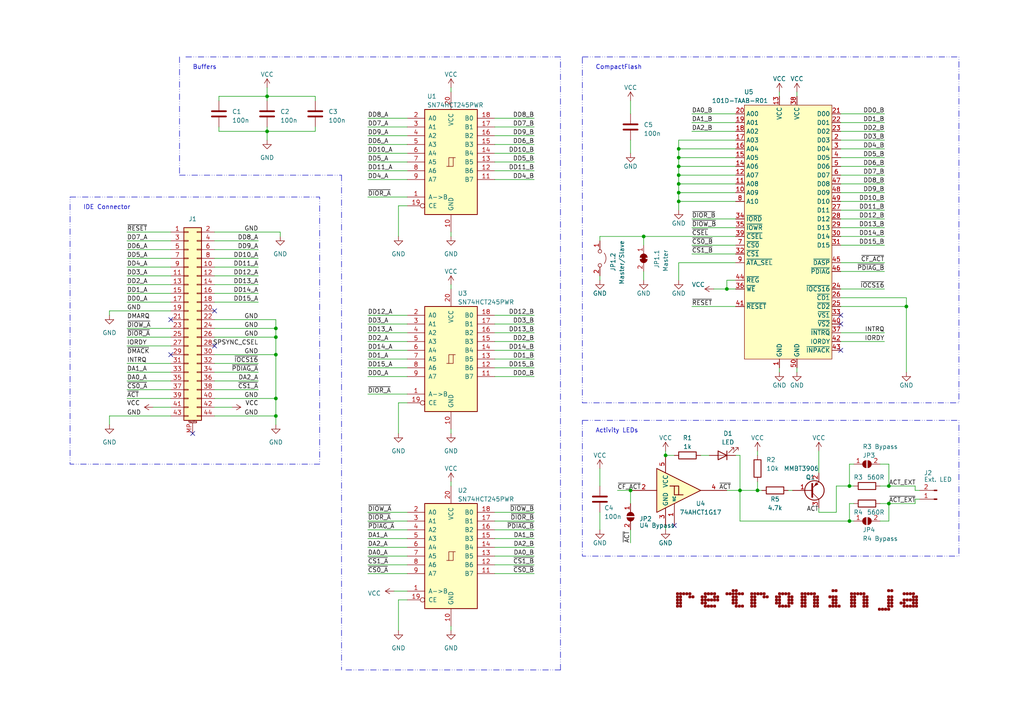
<source format=kicad_sch>
(kicad_sch (version 20230121) (generator eeschema)
  (paper "A4")
  (title_block (title "Buffered IDE2CF adapter") (date "2023-05-14") (rev "1"))
  (lib_symbols
    (symbol "74xGxx:74AUP1G17"
      (property "Reference" "U" (at -2.54 3.81 0))
      (property "Value" "74AUP1G17" (at 0 -3.81 0))
      (symbol "74AUP1G17_1_1"
        (pin free line (at -2.54 -10.16 90) (length 6.35) (name "NC") (number "1"))
        (pin input line (at -15.24 0 0) (length 7.62) (name "~") (number "2"))
        (pin power_in line (at -5.08 -10.16 90) (length 5.08) (name "GND") (number "3"))
        (pin output line (at 12.7 0 180) (length 7.62) (name "~") (number "4"))
        (pin power_in line (at -5.08 10.16 270) (length 5.08) (name "VCC") (number "5"))
      )
    )
    (symbol "74xx:74LS245" (pin_names (offset 1.016))
      (property "Reference" "U" (at -7.62 16.51 0))
      (property "Value" "74LS245" (at -7.62 -16.51 0))
      (symbol "74LS245_1_0"
        (pin input line (at -12.7 -10.16 0) (length 5.08) (name "A->B") (number "1"))
        (pin power_in line (at 0 -20.32 90) (length 5.08) (name "GND") (number "10"))
        (pin tri_state line (at 12.7 -5.08 180) (length 5.08) (name "B7") (number "11"))
        (pin tri_state line (at 12.7 -2.54 180) (length 5.08) (name "B6") (number "12"))
        (pin tri_state line (at 12.7 0 180) (length 5.08) (name "B5") (number "13"))
        (pin tri_state line (at 12.7 2.54 180) (length 5.08) (name "B4") (number "14"))
        (pin tri_state line (at 12.7 5.08 180) (length 5.08) (name "B3") (number "15"))
        (pin tri_state line (at 12.7 7.62 180) (length 5.08) (name "B2") (number "16"))
        (pin tri_state line (at 12.7 10.16 180) (length 5.08) (name "B1") (number "17"))
        (pin tri_state line (at 12.7 12.7 180) (length 5.08) (name "B0") (number "18"))
        (pin input inverted (at -12.7 -12.7 0) (length 5.08) (name "CE") (number "19"))
        (pin tri_state line (at -12.7 12.7 0) (length 5.08) (name "A0") (number "2"))
        (pin power_in line (at 0 20.32 270) (length 5.08) (name "VCC") (number "20"))
        (pin tri_state line (at -12.7 10.16 0) (length 5.08) (name "A1") (number "3"))
        (pin tri_state line (at -12.7 7.62 0) (length 5.08) (name "A2") (number "4"))
        (pin tri_state line (at -12.7 5.08 0) (length 5.08) (name "A3") (number "5"))
        (pin tri_state line (at -12.7 2.54 0) (length 5.08) (name "A4") (number "6"))
        (pin tri_state line (at -12.7 0 0) (length 5.08) (name "A5") (number "7"))
        (pin tri_state line (at -12.7 -2.54 0) (length 5.08) (name "A6") (number "8"))
        (pin tri_state line (at -12.7 -5.08 0) (length 5.08) (name "A7") (number "9"))
      )
    )
    (symbol "Connector:Conn_01x02_Pin" (pin_names (offset 1.016) hide)
      (property "Reference" "J" (at 0 2.54 0))
      (property "Value" "Conn_01x02_Pin" (at 0 -5.08 0))
      (symbol "Conn_01x02_Pin_1_1"
        (pin passive line (at 5.08 0 180) (length 3.81) (name "Pin_1") (number "1"))
        (pin passive line (at 5.08 -2.54 180) (length 3.81) (name "Pin_2") (number "2"))
      )
    )
    (symbol "Connector_Generic_MountingPin:Conn_02x22_Odd_Even_MountingPin" (pin_names (offset 1.016) hide)
      (property "Reference" "J" (at 1.27 27.94 0))
      (property "Value" "Conn_02x22_Odd_Even_MountingPin" (at 2.54 -30.48 0))
      (symbol "Conn_02x22_Odd_Even_MountingPin_1_1"
        (text "Mounting" (at 1.27 -29.591 0) (effects (font (size 0.381 0.381))))
        (pin passive line (at -5.08 25.4 0) (length 3.81) (name "Pin_1") (number "1"))
        (pin passive line (at 7.62 15.24 180) (length 3.81) (name "Pin_10") (number "10"))
        (pin passive line (at -5.08 12.7 0) (length 3.81) (name "Pin_11") (number "11"))
        (pin passive line (at 7.62 12.7 180) (length 3.81) (name "Pin_12") (number "12"))
        (pin passive line (at -5.08 10.16 0) (length 3.81) (name "Pin_13") (number "13"))
        (pin passive line (at 7.62 10.16 180) (length 3.81) (name "Pin_14") (number "14"))
        (pin passive line (at -5.08 7.62 0) (length 3.81) (name "Pin_15") (number "15"))
        (pin passive line (at 7.62 7.62 180) (length 3.81) (name "Pin_16") (number "16"))
        (pin passive line (at -5.08 5.08 0) (length 3.81) (name "Pin_17") (number "17"))
        (pin passive line (at 7.62 5.08 180) (length 3.81) (name "Pin_18") (number "18"))
        (pin passive line (at -5.08 2.54 0) (length 3.81) (name "Pin_19") (number "19"))
        (pin passive line (at 7.62 25.4 180) (length 3.81) (name "Pin_2") (number "2"))
        (pin passive line (at 7.62 2.54 180) (length 3.81) (name "Pin_20") (number "20"))
        (pin passive line (at -5.08 0 0) (length 3.81) (name "Pin_21") (number "21"))
        (pin passive line (at 7.62 0 180) (length 3.81) (name "Pin_22") (number "22"))
        (pin passive line (at -5.08 -2.54 0) (length 3.81) (name "Pin_23") (number "23"))
        (pin passive line (at 7.62 -2.54 180) (length 3.81) (name "Pin_24") (number "24"))
        (pin passive line (at -5.08 -5.08 0) (length 3.81) (name "Pin_25") (number "25"))
        (pin passive line (at 7.62 -5.08 180) (length 3.81) (name "Pin_26") (number "26"))
        (pin passive line (at -5.08 -7.62 0) (length 3.81) (name "Pin_27") (number "27"))
        (pin passive line (at 7.62 -7.62 180) (length 3.81) (name "Pin_28") (number "28"))
        (pin passive line (at -5.08 -10.16 0) (length 3.81) (name "Pin_29") (number "29"))
        (pin passive line (at -5.08 22.86 0) (length 3.81) (name "Pin_3") (number "3"))
        (pin passive line (at 7.62 -10.16 180) (length 3.81) (name "Pin_30") (number "30"))
        (pin passive line (at -5.08 -12.7 0) (length 3.81) (name "Pin_31") (number "31"))
        (pin passive line (at 7.62 -12.7 180) (length 3.81) (name "Pin_32") (number "32"))
        (pin passive line (at -5.08 -15.24 0) (length 3.81) (name "Pin_33") (number "33"))
        (pin passive line (at 7.62 -15.24 180) (length 3.81) (name "Pin_34") (number "34"))
        (pin passive line (at -5.08 -17.78 0) (length 3.81) (name "Pin_35") (number "35"))
        (pin passive line (at 7.62 -17.78 180) (length 3.81) (name "Pin_36") (number "36"))
        (pin passive line (at -5.08 -20.32 0) (length 3.81) (name "Pin_37") (number "37"))
        (pin passive line (at 7.62 -20.32 180) (length 3.81) (name "Pin_38") (number "38"))
        (pin passive line (at -5.08 -22.86 0) (length 3.81) (name "Pin_39") (number "39"))
        (pin passive line (at 7.62 22.86 180) (length 3.81) (name "Pin_4") (number "4"))
        (pin passive line (at 7.62 -22.86 180) (length 3.81) (name "Pin_40") (number "40"))
        (pin passive line (at -5.08 -25.4 0) (length 3.81) (name "Pin_41") (number "41"))
        (pin passive line (at 7.62 -25.4 180) (length 3.81) (name "Pin_42") (number "42"))
        (pin passive line (at -5.08 -27.94 0) (length 3.81) (name "Pin_43") (number "43"))
        (pin passive line (at 7.62 -27.94 180) (length 3.81) (name "Pin_44") (number "44"))
        (pin passive line (at -5.08 20.32 0) (length 3.81) (name "Pin_5") (number "5"))
        (pin passive line (at 7.62 20.32 180) (length 3.81) (name "Pin_6") (number "6"))
        (pin passive line (at -5.08 17.78 0) (length 3.81) (name "Pin_7") (number "7"))
        (pin passive line (at 7.62 17.78 180) (length 3.81) (name "Pin_8") (number "8"))
        (pin passive line (at -5.08 15.24 0) (length 3.81) (name "Pin_9") (number "9"))
        (pin passive line (at 1.27 -33.02 90) (length 3.048) (name "MountPin") (number "MP"))
      )
    )
    (symbol "Device:C" (pin_numbers hide) (pin_names (offset 0.254))
      (property "Reference" "C" (at 0.635 2.54 0))
      (property "Value" "C" (at 0.635 -2.54 0))
      (symbol "C_1_1"
        (pin passive line (at 0 3.81 270) (length 2.794) (name "~") (number "1"))
        (pin passive line (at 0 -3.81 90) (length 2.794) (name "~") (number "2"))
      )
    )
    (symbol "Device:LED" (pin_numbers hide) (pin_names (offset 1.016) hide)
      (property "Reference" "D" (at 0 2.54 0))
      (property "Value" "LED" (at 0 -2.54 0))
      (symbol "LED_1_1"
        (pin passive line (at -3.81 0 0) (length 2.54) (name "K") (number "1"))
        (pin passive line (at 3.81 0 180) (length 2.54) (name "A") (number "2"))
      )
    )
    (symbol "Device:R" (pin_numbers hide) (pin_names (offset 0))
      (property "Reference" "R" (at 2.032 0 90))
      (property "Value" "R" (at 0 0 90))
      (symbol "R_1_1"
        (pin passive line (at 0 3.81 270) (length 1.27) (name "~") (number "1"))
        (pin passive line (at 0 -3.81 90) (length 1.27) (name "~") (number "2"))
      )
    )
    (symbol "Jumper:Jumper_2_Open" (pin_names (offset 0) hide)
      (property "Reference" "JP" (at 0 2.794 0))
      (property "Value" "Jumper_2_Open" (at 0 -2.286 0))
      (symbol "Jumper_2_Open_1_1"
        (pin passive line (at -5.08 0 0) (length 2.54) (name "A") (number "1"))
        (pin passive line (at 5.08 0 180) (length 2.54) (name "B") (number "2"))
      )
    )
    (symbol "Jumper:SolderJumper_2_Bridged" (pin_names (offset 0) hide)
      (property "Reference" "JP" (at 0 2.032 0))
      (property "Value" "SolderJumper_2_Bridged" (at 0 -2.54 0))
      (symbol "SolderJumper_2_Bridged_1_1"
        (pin passive line (at -3.81 0 0) (length 2.54) (name "A") (number "1"))
        (pin passive line (at 3.81 0 180) (length 2.54) (name "B") (number "2"))
      )
    )
    (symbol "Jumper:SolderJumper_2_Open" (pin_names (offset 0) hide)
      (property "Reference" "JP" (at 0 2.032 0))
      (property "Value" "SolderJumper_2_Open" (at 0 -2.54 0))
      (symbol "SolderJumper_2_Open_1_1"
        (pin passive line (at -3.81 0 0) (length 2.54) (name "A") (number "1"))
        (pin passive line (at 3.81 0 180) (length 2.54) (name "B") (number "2"))
      )
    )
    (symbol "Transistor_BJT:MMBT3906" (pin_names (offset 0) hide)
      (property "Reference" "Q" (at 5.08 1.905 0))
      (property "Value" "MMBT3906" (at 5.08 0 0))
      (symbol "MMBT3906_1_1"
        (pin input line (at -5.08 0 0) (length 5.715) (name "B") (number "1"))
        (pin passive line (at 2.54 -5.08 90) (length 2.54) (name "E") (number "2"))
        (pin passive line (at 2.54 5.08 270) (length 2.54) (name "C") (number "3"))
      )
    )
    (symbol "per:CompactFlash"
      (property "Reference" "U5" (at -11.43 41.91 0))
      (property "Value" "101D-TAAB-R01" (at -13.97 39.37 0))
      (symbol "CompactFlash_1_1"
        (pin power_in line (at -2.54 -38.1 90) (length 2.54) (name "GND") (number "1"))
        (pin input line (at -15.24 12.7 0) (length 2.54) (name "A09") (number "10"))
        (pin input line (at -15.24 15.24 0) (length 2.54) (name "A08") (number "11"))
        (pin input line (at -15.24 17.78 0) (length 2.54) (name "A07") (number "12"))
        (pin power_in line (at -2.54 40.64 270) (length 2.54) (name "VCC") (number "13"))
        (pin input line (at -15.24 20.32 0) (length 2.54) (name "A06") (number "14"))
        (pin input line (at -15.24 22.86 0) (length 2.54) (name "A05") (number "15"))
        (pin input line (at -15.24 25.4 0) (length 2.54) (name "A04") (number "16"))
        (pin input line (at -15.24 27.94 0) (length 2.54) (name "A03") (number "17"))
        (pin input line (at -15.24 30.48 0) (length 2.54) (name "A02") (number "18"))
        (pin input line (at -15.24 33.02 0) (length 2.54) (name "A01") (number "19"))
        (pin bidirectional line (at 15.24 27.94 180) (length 2.54) (name "D03") (number "2"))
        (pin input line (at -15.24 35.56 0) (length 2.54) (name "A00") (number "20"))
        (pin bidirectional line (at 15.24 35.56 180) (length 2.54) (name "D00") (number "21"))
        (pin bidirectional line (at 15.24 33.02 180) (length 2.54) (name "D01") (number "22"))
        (pin bidirectional line (at 15.24 30.48 180) (length 2.54) (name "D02") (number "23"))
        (pin output line (at 15.24 -15.24 180) (length 2.54) (name "~{IOCS16}") (number "24"))
        (pin output line (at 15.24 -20.32 180) (length 2.54) (name "~{CD2}") (number "25"))
        (pin output line (at 15.24 -17.78 180) (length 2.54) (name "~{CD1}") (number "26"))
        (pin bidirectional line (at 15.24 7.62 180) (length 2.54) (name "D11") (number "27"))
        (pin bidirectional line (at 15.24 5.08 180) (length 2.54) (name "D12") (number "28"))
        (pin bidirectional line (at 15.24 2.54 180) (length 2.54) (name "D13") (number "29"))
        (pin bidirectional line (at 15.24 25.4 180) (length 2.54) (name "D04") (number "3"))
        (pin bidirectional line (at 15.24 0 180) (length 2.54) (name "D14") (number "30"))
        (pin bidirectional line (at 15.24 -2.54 180) (length 2.54) (name "D15") (number "31"))
        (pin input line (at -15.24 -5.08 0) (length 2.54) (name "~{CS1}") (number "32"))
        (pin output line (at 15.24 -22.86 180) (length 2.54) (name "~{VS1}") (number "33"))
        (pin input line (at -15.24 5.08 0) (length 2.54) (name "~{IORD}") (number "34"))
        (pin input line (at -15.24 2.54 0) (length 2.54) (name "~{IOWR}") (number "35"))
        (pin input line (at -15.24 -15.24 0) (length 2.54) (name "~{WE}") (number "36"))
        (pin output line (at 15.24 -27.94 180) (length 2.54) (name "~{INTRQ}") (number "37"))
        (pin power_in line (at 2.54 40.64 270) (length 2.54) (name "VCC") (number "38"))
        (pin input line (at -15.24 0 0) (length 2.54) (name "~{CSEL}") (number "39"))
        (pin bidirectional line (at 15.24 22.86 180) (length 2.54) (name "D05") (number "4"))
        (pin output line (at 15.24 -25.4 180) (length 2.54) (name "~{VS2}") (number "40"))
        (pin input line (at -15.24 -20.32 0) (length 2.54) (name "~{RESET}") (number "41"))
        (pin output line (at 15.24 -30.48 180) (length 2.54) (name "IORDY") (number "42"))
        (pin output line (at 15.24 -33.02 180) (length 2.54) (name "~{INPACK}") (number "43"))
        (pin input line (at -15.24 -12.7 0) (length 2.54) (name "~{REG}") (number "44"))
        (pin bidirectional line (at 15.24 -7.62 180) (length 2.54) (name "~{DASP}") (number "45"))
        (pin bidirectional line (at 15.24 -10.16 180) (length 2.54) (name "~{PDIAG}") (number "46"))
        (pin bidirectional line (at 15.24 15.24 180) (length 2.54) (name "D08") (number "47"))
        (pin bidirectional line (at 15.24 12.7 180) (length 2.54) (name "D09") (number "48"))
        (pin bidirectional line (at 15.24 10.16 180) (length 2.54) (name "D10") (number "49"))
        (pin bidirectional line (at 15.24 20.32 180) (length 2.54) (name "D06") (number "5"))
        (pin power_in line (at 2.54 -38.1 90) (length 2.54) (name "GND") (number "50"))
        (pin bidirectional line (at 15.24 17.78 180) (length 2.54) (name "D07") (number "6"))
        (pin input line (at -15.24 -2.54 0) (length 2.54) (name "~{CS0}") (number "7"))
        (pin input line (at -15.24 10.16 0) (length 2.54) (name "A10") (number "8"))
        (pin input line (at -15.24 -7.62 0) (length 2.54) (name "~{ATA_SEL}") (number "9"))
      )
    )
    (symbol "per:retroninja_textonly_70x6mm" (pin_names (offset 1.016)))
    (symbol "power:GND" (power) (pin_names (offset 0))
      (property "Value" "GND" (at 0 -3.81 0))
      (symbol "GND_1_1"
        (pin power_in line (at 0 0 270) (length 0) hide (name "GND") (number "1"))
      )
    )
    (symbol "power:VCC" (power) (pin_names (offset 0))
      (property "Value" "VCC" (at 0 3.81 0))
      (symbol "VCC_1_1"
        (pin power_in line (at 0 0 90) (length 0) hide (name "VCC") (number "1"))
      )
    )
  )
  (junction (at 246.38 140.97))
  (junction (at 186.69 68.58))
  (junction (at 262.89 88.9))
  (junction (at 214.63 142.24))
  (junction (at 77.47 38.1))
  (junction (at 196.85 58.42))
  (junction (at 196.85 55.88))
  (junction (at 210.82 83.82))
  (junction (at 246.38 151.13))
  (junction (at 80.01 115.57))
  (junction (at 80.01 97.79))
  (junction (at 196.85 53.34))
  (junction (at 196.85 48.26))
  (junction (at 219.71 142.24))
  (junction (at 196.85 45.72))
  (junction (at 193.04 132.08))
  (junction (at 80.01 95.25))
  (junction (at 257.81 140.97))
  (junction (at 196.85 43.18))
  (junction (at 196.85 50.8))
  (junction (at 80.01 102.87))
  (junction (at 80.01 120.65))
  (junction (at 257.81 146.05))
  (junction (at 182.88 142.24))
  (junction (at 77.47 27.94))
  (no_connect (at 195.58 152.4))
  (no_connect (at 55.88 125.73))
  (no_connect (at 62.23 90.17))
  (no_connect (at 243.84 91.44))
  (no_connect (at 49.53 102.87))
  (no_connect (at 243.84 101.6))
  (no_connect (at 243.84 93.98))
  (no_connect (at 62.23 100.33))
  (no_connect (at 49.53 92.71))
  (wire (pts (xy 115.57 182.88) (xy 115.57 173.99)))
  (polyline (pts (xy 162.56 194.31) (xy 162.56 16.51)) (stroke (width 0) (type dash_dot_dot)))
  (wire (pts (xy 36.83 85.09) (xy 49.53 85.09)))
  (wire (pts (xy 214.63 151.13) (xy 246.38 151.13)))
  (wire (pts (xy 106.68 96.52) (xy 118.11 96.52)))
  (wire (pts (xy 143.51 34.29) (xy 154.94 34.29)))
  (wire (pts (xy 243.84 71.12) (xy 256.54 71.12)))
  (wire (pts (xy 193.04 152.4) (xy 193.04 153.67)))
  (wire (pts (xy 214.63 142.24) (xy 214.63 151.13)))
  (wire (pts (xy 196.85 50.8) (xy 213.36 50.8)))
  (polyline (pts (xy 52.07 50.8) (xy 99.06 50.8)) (stroke (width 0) (type dash_dot_dot)))
  (wire (pts (xy 196.85 55.88) (xy 213.36 55.88)))
  (wire (pts (xy 243.84 86.36) (xy 262.89 86.36)))
  (wire (pts (xy 219.71 139.7) (xy 219.71 142.24)))
  (wire (pts (xy 243.84 63.5) (xy 256.54 63.5)))
  (wire (pts (xy 62.23 80.01) (xy 74.93 80.01)))
  (wire (pts (xy 243.84 35.56) (xy 256.54 35.56)))
  (wire (pts (xy 106.68 104.14) (xy 118.11 104.14)))
  (wire (pts (xy 143.51 158.75) (xy 154.94 158.75)))
  (wire (pts (xy 81.28 67.31) (xy 81.28 68.58)))
  (wire (pts (xy 237.49 130.81) (xy 237.49 137.16)))
  (wire (pts (xy 243.84 99.06) (xy 256.54 99.06)))
  (wire (pts (xy 77.47 27.94) (xy 77.47 29.21)))
  (wire (pts (xy 228.6 142.24) (xy 229.87 142.24)))
  (wire (pts (xy 36.83 67.31) (xy 49.53 67.31)))
  (polyline (pts (xy 52.07 16.51) (xy 52.07 50.8)) (stroke (width 0) (type dash_dot_dot)))
  (wire (pts (xy 243.84 96.52) (xy 256.54 96.52)))
  (wire (pts (xy 77.47 38.1) (xy 91.44 38.1)))
  (wire (pts (xy 36.83 69.85) (xy 49.53 69.85)))
  (wire (pts (xy 210.82 81.28) (xy 213.36 81.28)))
  (wire (pts (xy 200.66 73.66) (xy 213.36 73.66)))
  (wire (pts (xy 182.88 142.24) (xy 182.88 146.05)))
  (wire (pts (xy 62.23 102.87) (xy 80.01 102.87)))
  (wire (pts (xy 62.23 67.31) (xy 81.28 67.31)))
  (wire (pts (xy 143.51 46.99) (xy 154.94 46.99)))
  (wire (pts (xy 182.88 40.64) (xy 182.88 44.45)))
  (wire (pts (xy 246.38 146.05) (xy 246.38 151.13)))
  (wire (pts (xy 77.47 25.4) (xy 77.47 27.94)))
  (wire (pts (xy 213.36 40.64) (xy 196.85 40.64)))
  (wire (pts (xy 200.66 71.12) (xy 213.36 71.12)))
  (wire (pts (xy 62.23 110.49) (xy 74.93 110.49)))
  (wire (pts (xy 77.47 27.94) (xy 91.44 27.94)))
  (wire (pts (xy 143.51 52.07) (xy 154.94 52.07)))
  (wire (pts (xy 196.85 58.42) (xy 196.85 60.96)))
  (wire (pts (xy 203.2 132.08) (xy 205.74 132.08)))
  (polyline (pts (xy 100.33 194.31) (xy 162.56 194.31)) (stroke (width 0) (type dash_dot_dot)))
  (wire (pts (xy 265.43 144.78) (xy 265.43 146.05)))
  (wire (pts (xy 196.85 48.26) (xy 213.36 48.26)))
  (wire (pts (xy 62.23 82.55) (xy 74.93 82.55)))
  (wire (pts (xy 143.51 39.37) (xy 154.94 39.37)))
  (wire (pts (xy 143.51 96.52) (xy 154.94 96.52)))
  (wire (pts (xy 36.83 77.47) (xy 49.53 77.47)))
  (wire (pts (xy 196.85 45.72) (xy 196.85 48.26)))
  (wire (pts (xy 255.27 134.62) (xy 257.81 134.62)))
  (wire (pts (xy 214.63 132.08) (xy 214.63 142.24)))
  (wire (pts (xy 62.23 95.25) (xy 80.01 95.25)))
  (wire (pts (xy 106.68 106.68) (xy 118.11 106.68)))
  (wire (pts (xy 247.65 134.62) (xy 246.38 134.62)))
  (wire (pts (xy 106.68 156.21) (xy 118.11 156.21)))
  (wire (pts (xy 31.75 120.65) (xy 31.75 123.19)))
  (wire (pts (xy 193.04 132.08) (xy 195.58 132.08)))
  (wire (pts (xy 36.83 107.95) (xy 49.53 107.95)))
  (polyline (pts (xy 162.56 16.51) (xy 53.34 16.51)) (stroke (width 0) (type dash_dot_dot)))
  (wire (pts (xy 246.38 146.05) (xy 247.65 146.05)))
  (wire (pts (xy 36.83 97.79) (xy 49.53 97.79)))
  (wire (pts (xy 106.68 49.53) (xy 118.11 49.53)))
  (wire (pts (xy 49.53 120.65) (xy 31.75 120.65)))
  (wire (pts (xy 173.99 148.59) (xy 173.99 153.67)))
  (wire (pts (xy 77.47 27.94) (xy 63.5 27.94)))
  (wire (pts (xy 115.57 68.58) (xy 115.57 59.69)))
  (wire (pts (xy 243.84 76.2) (xy 256.54 76.2)))
  (wire (pts (xy 243.84 38.1) (xy 256.54 38.1)))
  (wire (pts (xy 115.57 59.69) (xy 118.11 59.69)))
  (wire (pts (xy 143.51 148.59) (xy 154.94 148.59)))
  (wire (pts (xy 143.51 49.53) (xy 154.94 49.53)))
  (wire (pts (xy 243.84 53.34) (xy 256.54 53.34)))
  (wire (pts (xy 255.27 151.13) (xy 257.81 151.13)))
  (wire (pts (xy 173.99 80.01) (xy 173.99 81.28)))
  (wire (pts (xy 243.84 43.18) (xy 256.54 43.18)))
  (wire (pts (xy 226.06 26.67) (xy 226.06 27.94)))
  (wire (pts (xy 63.5 36.83) (xy 63.5 38.1)))
  (wire (pts (xy 91.44 36.83) (xy 91.44 38.1)))
  (wire (pts (xy 80.01 115.57) (xy 80.01 120.65)))
  (wire (pts (xy 257.81 146.05) (xy 257.81 151.13)))
  (wire (pts (xy 106.68 91.44) (xy 118.11 91.44)))
  (wire (pts (xy 196.85 45.72) (xy 213.36 45.72)))
  (wire (pts (xy 226.06 106.68) (xy 226.06 107.95)))
  (wire (pts (xy 106.68 34.29) (xy 118.11 34.29)))
  (wire (pts (xy 243.84 68.58) (xy 256.54 68.58)))
  (wire (pts (xy 186.69 68.58) (xy 186.69 71.12)))
  (wire (pts (xy 265.43 142.24) (xy 266.7 142.24)))
  (wire (pts (xy 62.23 115.57) (xy 80.01 115.57)))
  (wire (pts (xy 36.83 82.55) (xy 49.53 82.55)))
  (wire (pts (xy 173.99 135.89) (xy 173.99 140.97)))
  (wire (pts (xy 106.68 166.37) (xy 118.11 166.37)))
  (wire (pts (xy 62.23 87.63) (xy 74.93 87.63)))
  (wire (pts (xy 196.85 48.26) (xy 196.85 50.8)))
  (wire (pts (xy 49.53 90.17) (xy 31.75 90.17)))
  (wire (pts (xy 36.83 95.25) (xy 49.53 95.25)))
  (wire (pts (xy 36.83 110.49) (xy 49.53 110.49)))
  (wire (pts (xy 231.14 106.68) (xy 231.14 107.95)))
  (wire (pts (xy 143.51 106.68) (xy 154.94 106.68)))
  (wire (pts (xy 143.51 91.44) (xy 154.94 91.44)))
  (wire (pts (xy 106.68 99.06) (xy 118.11 99.06)))
  (wire (pts (xy 115.57 173.99) (xy 118.11 173.99)))
  (wire (pts (xy 243.84 45.72) (xy 256.54 45.72)))
  (wire (pts (xy 219.71 142.24) (xy 220.98 142.24)))
  (wire (pts (xy 143.51 156.21) (xy 154.94 156.21)))
  (wire (pts (xy 80.01 120.65) (xy 80.01 123.19)))
  (wire (pts (xy 196.85 58.42) (xy 213.36 58.42)))
  (wire (pts (xy 143.51 44.45) (xy 154.94 44.45)))
  (wire (pts (xy 242.57 148.59) (xy 242.57 140.97)))
  (wire (pts (xy 106.68 114.3) (xy 118.11 114.3)))
  (wire (pts (xy 130.81 67.31) (xy 130.81 68.58)))
  (wire (pts (xy 231.14 26.67) (xy 231.14 27.94)))
  (wire (pts (xy 182.88 153.67) (xy 182.88 157.48)))
  (wire (pts (xy 106.68 163.83) (xy 118.11 163.83)))
  (wire (pts (xy 196.85 53.34) (xy 196.85 55.88)))
  (wire (pts (xy 62.23 107.95) (xy 74.93 107.95)))
  (wire (pts (xy 106.68 44.45) (xy 118.11 44.45)))
  (wire (pts (xy 80.01 102.87) (xy 80.01 115.57)))
  (wire (pts (xy 36.83 80.01) (xy 49.53 80.01)))
  (wire (pts (xy 114.3 171.45) (xy 118.11 171.45)))
  (wire (pts (xy 106.68 52.07) (xy 118.11 52.07)))
  (wire (pts (xy 196.85 40.64) (xy 196.85 43.18)))
  (wire (pts (xy 62.23 113.03) (xy 74.93 113.03)))
  (wire (pts (xy 186.69 68.58) (xy 213.36 68.58)))
  (wire (pts (xy 143.51 99.06) (xy 154.94 99.06)))
  (wire (pts (xy 210.82 83.82) (xy 213.36 83.82)))
  (wire (pts (xy 200.66 63.5) (xy 213.36 63.5)))
  (wire (pts (xy 62.23 85.09) (xy 74.93 85.09)))
  (wire (pts (xy 243.84 88.9) (xy 262.89 88.9)))
  (wire (pts (xy 255.27 140.97) (xy 257.81 140.97)))
  (wire (pts (xy 237.49 147.32) (xy 237.49 148.59)))
  (wire (pts (xy 200.66 35.56) (xy 213.36 35.56)))
  (wire (pts (xy 243.84 83.82) (xy 256.54 83.82)))
  (wire (pts (xy 193.04 130.81) (xy 193.04 132.08)))
  (wire (pts (xy 243.84 33.02) (xy 256.54 33.02)))
  (wire (pts (xy 62.23 105.41) (xy 74.93 105.41)))
  (wire (pts (xy 262.89 86.36) (xy 262.89 88.9)))
  (wire (pts (xy 143.51 161.29) (xy 154.94 161.29)))
  (wire (pts (xy 243.84 40.64) (xy 256.54 40.64)))
  (wire (pts (xy 63.5 27.94) (xy 63.5 29.21)))
  (wire (pts (xy 243.84 78.74) (xy 256.54 78.74)))
  (wire (pts (xy 62.23 74.93) (xy 74.93 74.93)))
  (wire (pts (xy 265.43 144.78) (xy 266.7 144.78)))
  (wire (pts (xy 62.23 97.79) (xy 80.01 97.79)))
  (wire (pts (xy 200.66 33.02) (xy 213.36 33.02)))
  (wire (pts (xy 77.47 38.1) (xy 77.47 40.64)))
  (wire (pts (xy 77.47 38.1) (xy 77.47 36.83)))
  (wire (pts (xy 243.84 60.96) (xy 256.54 60.96)))
  (wire (pts (xy 196.85 76.2) (xy 213.36 76.2)))
  (wire (pts (xy 36.83 105.41) (xy 49.53 105.41)))
  (wire (pts (xy 243.84 58.42) (xy 256.54 58.42)))
  (wire (pts (xy 243.84 50.8) (xy 256.54 50.8)))
  (wire (pts (xy 242.57 140.97) (xy 246.38 140.97)))
  (wire (pts (xy 143.51 163.83) (xy 154.94 163.83)))
  (wire (pts (xy 257.81 134.62) (xy 257.81 140.97)))
  (wire (pts (xy 106.68 153.67) (xy 118.11 153.67)))
  (wire (pts (xy 106.68 39.37) (xy 118.11 39.37)))
  (wire (pts (xy 246.38 151.13) (xy 247.65 151.13)))
  (wire (pts (xy 265.43 146.05) (xy 257.81 146.05)))
  (wire (pts (xy 210.82 142.24) (xy 214.63 142.24)))
  (wire (pts (xy 106.68 148.59) (xy 118.11 148.59)))
  (wire (pts (xy 200.66 38.1) (xy 213.36 38.1)))
  (wire (pts (xy 31.75 90.17) (xy 31.75 91.44)))
  (wire (pts (xy 186.69 78.74) (xy 186.69 81.28)))
  (wire (pts (xy 219.71 130.81) (xy 219.71 132.08)))
  (wire (pts (xy 130.81 25.4) (xy 130.81 26.67)))
  (wire (pts (xy 196.85 81.28) (xy 196.85 76.2)))
  (wire (pts (xy 106.68 151.13) (xy 118.11 151.13)))
  (wire (pts (xy 143.51 104.14) (xy 154.94 104.14)))
  (wire (pts (xy 36.83 113.03) (xy 49.53 113.03)))
  (wire (pts (xy 243.84 48.26) (xy 256.54 48.26)))
  (wire (pts (xy 36.83 87.63) (xy 49.53 87.63)))
  (wire (pts (xy 106.68 36.83) (xy 118.11 36.83)))
  (wire (pts (xy 115.57 116.84) (xy 118.11 116.84)))
  (wire (pts (xy 106.68 158.75) (xy 118.11 158.75)))
  (wire (pts (xy 80.01 92.71) (xy 80.01 95.25)))
  (wire (pts (xy 130.81 139.7) (xy 130.81 140.97)))
  (wire (pts (xy 143.51 41.91) (xy 154.94 41.91)))
  (wire (pts (xy 91.44 27.94) (xy 91.44 29.21)))
  (wire (pts (xy 243.84 55.88) (xy 256.54 55.88)))
  (wire (pts (xy 62.23 118.11) (xy 67.31 118.11)))
  (wire (pts (xy 200.66 88.9) (xy 213.36 88.9)))
  (wire (pts (xy 196.85 50.8) (xy 196.85 53.34)))
  (wire (pts (xy 210.82 83.82) (xy 210.82 81.28)))
  (wire (pts (xy 246.38 140.97) (xy 247.65 140.97)))
  (wire (pts (xy 36.83 72.39) (xy 49.53 72.39)))
  (wire (pts (xy 243.84 66.04) (xy 256.54 66.04)))
  (wire (pts (xy 130.81 124.46) (xy 130.81 125.73)))
  (wire (pts (xy 80.01 92.71) (xy 62.23 92.71)))
  (wire (pts (xy 143.51 151.13) (xy 154.94 151.13)))
  (wire (pts (xy 106.68 41.91) (xy 118.11 41.91)))
  (wire (pts (xy 143.51 153.67) (xy 154.94 153.67)))
  (wire (pts (xy 196.85 43.18) (xy 213.36 43.18)))
  (polyline (pts (xy 99.06 50.8) (xy 99.06 194.31)) (stroke (width 0) (type dash_dot_dot)))
  (wire (pts (xy 143.51 166.37) (xy 154.94 166.37)))
  (wire (pts (xy 257.81 140.97) (xy 265.43 140.97)))
  (wire (pts (xy 173.99 68.58) (xy 186.69 68.58)))
  (wire (pts (xy 62.23 77.47) (xy 74.93 77.47)))
  (wire (pts (xy 196.85 55.88) (xy 196.85 58.42)))
  (wire (pts (xy 143.51 36.83) (xy 154.94 36.83)))
  (wire (pts (xy 106.68 161.29) (xy 118.11 161.29)))
  (wire (pts (xy 130.81 181.61) (xy 130.81 182.88)))
  (wire (pts (xy 106.68 101.6) (xy 118.11 101.6)))
  (wire (pts (xy 196.85 43.18) (xy 196.85 45.72)))
  (wire (pts (xy 106.68 46.99) (xy 118.11 46.99)))
  (wire (pts (xy 265.43 140.97) (xy 265.43 142.24)))
  (wire (pts (xy 200.66 66.04) (xy 213.36 66.04)))
  (wire (pts (xy 130.81 82.55) (xy 130.81 83.82)))
  (wire (pts (xy 214.63 142.24) (xy 219.71 142.24)))
  (wire (pts (xy 196.85 53.34) (xy 213.36 53.34)))
  (wire (pts (xy 80.01 97.79) (xy 80.01 102.87)))
  (wire (pts (xy 257.81 146.05) (xy 255.27 146.05)))
  (wire (pts (xy 182.88 29.21) (xy 182.88 33.02)))
  (wire (pts (xy 44.45 118.11) (xy 49.53 118.11)))
  (wire (pts (xy 62.23 120.65) (xy 80.01 120.65)))
  (wire (pts (xy 143.51 101.6) (xy 154.94 101.6)))
  (wire (pts (xy 36.83 74.93) (xy 49.53 74.93)))
  (wire (pts (xy 143.51 109.22) (xy 154.94 109.22)))
  (wire (pts (xy 106.68 57.15) (xy 118.11 57.15)))
  (wire (pts (xy 106.68 109.22) (xy 118.11 109.22)))
  (wire (pts (xy 62.23 72.39) (xy 74.93 72.39)))
  (wire (pts (xy 62.23 69.85) (xy 74.93 69.85)))
  (wire (pts (xy 179.07 142.24) (xy 182.88 142.24)))
  (wire (pts (xy 36.83 115.57) (xy 49.53 115.57)))
  (wire (pts (xy 173.99 69.85) (xy 173.99 68.58)))
  (wire (pts (xy 106.68 93.98) (xy 118.11 93.98)))
  (wire (pts (xy 143.51 93.98) (xy 154.94 93.98)))
  (wire (pts (xy 262.89 88.9) (xy 262.89 107.95)))
  (wire (pts (xy 213.36 132.08) (xy 214.63 132.08)))
  (wire (pts (xy 246.38 134.62) (xy 246.38 140.97)))
  (wire (pts (xy 63.5 38.1) (xy 77.47 38.1)))
  (wire (pts (xy 237.49 148.59) (xy 242.57 148.59)))
  (wire (pts (xy 207.01 83.82) (xy 210.82 83.82)))
  (wire (pts (xy 80.01 95.25) (xy 80.01 97.79)))
  (wire (pts (xy 36.83 100.33) (xy 49.53 100.33)))
  (wire (pts (xy 115.57 125.73) (xy 115.57 116.84)))
  (rectangle (start 168.91 121.92) (end 278.13 161.29) (stroke (width 0) (type dash_dot_dot)))
  (rectangle (start 20.32 57.15) (end 92.71 134.62) (stroke (width 0) (type dash_dot_dot)))
  (rectangle (start 168.91 16.51) (end 278.13 116.84) (stroke (width 0) (type dash_dot_dot)))
  (text "Buffers" (at 55.88 20.32 0) (effects (font (size 1.27 1.27)) (justify left bottom)))
  (text "IDE Connector" (at 24.13 60.96 0) (effects (font (size 1.27 1.27)) (justify left bottom)))
  (text "Activity LEDs" (at 172.72 125.73 0) (effects (font (size 1.27 1.27)) (justify left bottom)))
  (text "CompactFlash" (at 172.72 20.32 0) (effects (font (size 1.27 1.27)) (justify left bottom)))
  (label "DD7_B" (at 154.94 36.83 180))
  (label "DD4_B" (at 154.94 52.07 180))
  (label "DD0_B" (at 154.94 109.22 180))
  (label "DD5_A" (at 36.83 74.93 0))
  (label "DA0_A" (at 36.83 110.49 0))
  (label "DD1_A" (at 106.68 104.14 0))
  (label "~{CS1_A}" (at 74.93 113.03 180))
  (label "DD11_A" (at 106.68 49.53 0))
  (label "~{DIOW_A}" (at 36.83 95.25 0))
  (label "DD0_A" (at 36.83 87.63 0))
  (label "INTRQ" (at 36.83 105.41 0))
  (label "DD11_B" (at 256.54 60.96 180))
  (label "~{CF_ACT}" (at 179.07 142.24 0))
  (label "DD10_B" (at 154.94 44.45 180))
  (label "DD9_A" (at 106.68 39.37 0))
  (label "~{DIOW_A}" (at 106.68 148.59 0))
  (label "DA1_A" (at 106.68 156.21 0))
  (label "IORDY" (at 36.83 100.33 0))
  (label "DD12_A" (at 106.68 91.44 0))
  (label "SPSYNC_CSEL" (at 74.93 100.33 180))
  (label "DD9_A" (at 74.93 72.39 180))
  (label "~{CS0_A}" (at 36.83 113.03 0))
  (label "DD7_B" (at 256.54 50.8 180))
  (label "~{DMACK}" (at 36.83 102.87 0))
  (label "~{IOCS16}" (at 74.93 105.41 180))
  (label "DD4_A" (at 36.83 77.47 0))
  (label "ACT" (at 237.49 148.59 180))
  (label "DD15_B" (at 256.54 71.12 180))
  (label "~{DIOR_A}" (at 36.83 97.79 0))
  (label "~{CS1_B}" (at 200.66 73.66 0))
  (label "DD11_A" (at 74.93 77.47 180))
  (label "~{IOCS16}" (at 256.54 83.82 180))
  (label "DD13_A" (at 74.93 82.55 180))
  (label "DD3_B" (at 256.54 40.64 180))
  (label "GND" (at 74.93 95.25 180))
  (label "~{DIOR_A}" (at 106.68 57.15 0))
  (label "DA2_A" (at 74.93 110.49 180))
  (label "DD6_A" (at 106.68 41.91 0))
  (label "DD12_B" (at 154.94 91.44 180))
  (label "~{ACT}" (at 36.83 115.57 0))
  (label "DD13_B" (at 256.54 66.04 180))
  (label "DD4_A" (at 106.68 52.07 0))
  (label "DA2_B" (at 200.66 38.1 0))
  (label "DD7_A" (at 36.83 69.85 0))
  (label "~{PDIAG_A}" (at 74.93 107.95 180))
  (label "DD3_A" (at 36.83 80.01 0))
  (label "DA0_B" (at 154.94 161.29 180))
  (label "DD14_A" (at 106.68 101.6 0))
  (label "~{DIOR_A}" (at 106.68 151.13 0))
  (label "DD7_A" (at 106.68 36.83 0))
  (label "DD8_B" (at 256.54 53.34 180))
  (label "~{CF_ACT}" (at 256.54 76.2 180))
  (label "~{RESET}" (at 200.66 88.9 0))
  (label "~{RESET}" (at 36.83 67.31 0))
  (label "DD12_A" (at 74.93 80.01 180))
  (label "GND" (at 36.83 120.65 0))
  (label "GND" (at 74.93 120.65 180))
  (label "DD11_B" (at 154.94 49.53 180))
  (label "~{DIOR_B}" (at 154.94 151.13 180))
  (label "DD6_B" (at 256.54 48.26 180))
  (label "~{CS1_B}" (at 154.94 163.83 180))
  (label "DD3_A" (at 106.68 93.98 0))
  (label "DD6_A" (at 36.83 72.39 0))
  (label "DD13_A" (at 106.68 96.52 0))
  (label "GND" (at 74.93 102.87 180))
  (label "~{DIOR_B}" (at 200.66 63.5 0))
  (label "~{PDIAG_B}" (at 154.94 153.67 180))
  (label "DD14_B" (at 154.94 101.6 180))
  (label "~{CS0_A}" (at 106.68 166.37 0))
  (label "DA2_B" (at 154.94 158.75 180))
  (label "DA0_A" (at 106.68 161.29 0))
  (label "~{DIOW_B}" (at 200.66 66.04 0))
  (label "GND" (at 74.93 97.79 180))
  (label "~{CSEL}" (at 200.66 68.58 0))
  (label "GND" (at 36.83 90.17 0))
  (label "~{DIOW_B}" (at 154.94 148.59 180))
  (label "DA0_B" (at 200.66 33.02 0))
  (label "INTRQ" (at 256.54 96.52 180))
  (label "~{ACT_EXT}" (at 257.81 146.05 0))
  (label "DD2_A" (at 106.68 99.06 0))
  (label "DD2_B" (at 154.94 99.06 180))
  (label "GND" (at 74.93 92.71 180))
  (label "DD1_A" (at 36.83 85.09 0))
  (label "DD3_B" (at 154.94 93.98 180))
  (label "DD14_A" (at 74.93 85.09 180))
  (label "DD15_B" (at 154.94 106.68 180))
  (label "DD6_B" (at 154.94 41.91 180))
  (label "DA1_B" (at 154.94 156.21 180))
  (label "~{DIOR_A}" (at 106.68 114.3 0))
  (label "DD5_A" (at 106.68 46.99 0))
  (label "DD14_B" (at 256.54 68.58 180))
  (label "~{ACT}" (at 212.09 142.24 180))
  (label "DD10_B" (at 256.54 58.42 180))
  (label "~{CS1_A}" (at 106.68 163.83 0))
  (label "DD9_B" (at 154.94 39.37 180))
  (label "~{PDIAG_B}" (at 256.54 78.74 180))
  (label "DA1_A" (at 36.83 107.95 0))
  (label "~{CS0_B}" (at 154.94 166.37 180))
  (label "DD0_A" (at 106.68 109.22 0))
  (label "DD1_B" (at 256.54 35.56 180))
  (label "DD10_A" (at 106.68 44.45 0))
  (label "DD8_A" (at 106.68 34.29 0))
  (label "~{ACT}" (at 182.88 157.48 90))
  (label "GND" (at 74.93 115.57 180))
  (label "DD13_B" (at 154.94 96.52 180))
  (label "GND" (at 74.93 67.31 180))
  (label "DD12_B" (at 256.54 63.5 180))
  (label "DD4_B" (at 256.54 43.18 180))
  (label "DD10_A" (at 74.93 74.93 180))
  (label "DD1_B" (at 154.94 104.14 180))
  (label "DD5_B" (at 154.94 46.99 180))
  (label "DD8_B" (at 154.94 34.29 180))
  (label "DD2_B" (at 256.54 38.1 180))
  (label "DD15_A" (at 74.93 87.63 180))
  (label "DMARQ" (at 36.83 92.71 0))
  (label "DA1_B" (at 200.66 35.56 0))
  (label "DD8_A" (at 74.93 69.85 180))
  (label "DD15_A" (at 106.68 106.68 0))
  (label "~{CS0_B}" (at 200.66 71.12 0))
  (label "DD0_B" (at 256.54 33.02 180))
  (label "IORDY" (at 256.54 99.06 180))
  (label "DD2_A" (at 36.83 82.55 0))
  (label "DD5_B" (at 256.54 45.72 180))
  (label "DA2_A" (at 106.68 158.75 0))
  (label "ACT_EXT" (at 257.81 140.97 0))
  (label "~{PDIAG_A}" (at 106.68 153.67 0))
  (label "DD9_B" (at 256.54 55.88 180))
  (symbol (lib_id "Device:C") (at 91.44 33.02 0) (unit 1)
    (property "Reference" "C3" (at 95.25 32.385 0) (effects (justify left)))
    (property "Value" "100n" (at 95.25 34.925 0) (effects (justify left)))
    (property "Footprint" "Capacitor_SMD:C_0603_1608Metric_Pad1.08x0.95mm_HandSolder" (effects hide))
  )
  (symbol (lib_id "power:GND") (at 193.04 153.67 0) (mirror y) (unit 1)
    (property "Reference" "#PWR032" (effects hide))
    (property "Value" "GND" (at 193.04 157.48 0))
  )
  (symbol (lib_id "Jumper:SolderJumper_2_Bridged") (at 186.69 74.93 270) (unit 1)
    (property "Reference" "JP1.1" (at 190.5 72.39 0) (effects (justify left)))
    (property "Value" "Master" (at 193.04 72.39 0) (effects (justify left)))
    (property "Footprint" "Jumper:SolderJumper-2_P1.3mm_Bridged_RoundedPad1.0x1.5mm" (effects hide))
  )
  (symbol (lib_id "power:VCC") (at 182.88 29.21 0) (unit 1)
    (property "Reference" "#PWR034" (effects hide))
    (property "Value" "VCC" (at 182.88 25.4 0))
  )
  (symbol (lib_id "power:VCC") (at 207.01 83.82 90) (unit 1)
    (property "Reference" "#PWR021" (effects hide))
    (property "Value" "VCC" (at 204.47 82.55 90) (effects (justify left)))
  )
  (symbol (lib_id "power:VCC") (at 173.99 135.89 0) (unit 1)
    (property "Reference" "#PWR02" (effects hide))
    (property "Value" "VCC" (at 173.99 132.08 0))
  )
  (symbol (lib_id "power:GND") (at 130.81 182.88 0) (unit 1)
    (property "Reference" "#PWR012" (effects hide))
    (property "Value" "GND" (at 130.81 187.96 0))
  )
  (symbol (lib_id "power:VCC") (at 130.81 25.4 0) (unit 1)
    (property "Reference" "#PWR014" (effects hide))
    (property "Value" "VCC" (at 130.81 21.59 0))
  )
  (symbol (lib_id "power:VCC") (at 77.47 25.4 0) (unit 1)
    (property "Reference" "#PWR019" (effects hide))
    (property "Value" "VCC" (at 77.47 21.59 0))
  )
  (symbol (lib_id "power:GND") (at 115.57 182.88 0) (unit 1)
    (property "Reference" "#PWR013" (effects hide))
    (property "Value" "GND" (at 115.57 187.96 0))
  )
  (symbol (lib_id "per:CompactFlash") (at 228.6 68.58 0) (unit 1)
    (property "Reference" "U5" (at 217.17 26.67 0))
    (property "Value" "101D-TAAB-R01" (at 214.63 29.21 0))
    (property "Footprint" "Per:101DTAABR01" (effects hide))
    (property "Datasheet" "https://www.attend.com.tw/data/download/file/101D-TAAB-R01.pdf" (effects hide))
  )
  (symbol (lib_id "power:GND") (at 130.81 125.73 0) (unit 1)
    (property "Reference" "#PWR010" (effects hide))
    (property "Value" "GND" (at 130.81 130.81 0))
  )
  (symbol (lib_id "Device:R") (at 224.79 142.24 90) (unit 1)
    (property "Reference" "R5" (at 224.79 144.78 90))
    (property "Value" "4.7k" (at 224.79 147.32 90))
    (property "Footprint" "Resistor_SMD:R_0603_1608Metric_Pad0.98x0.95mm_HandSolder" (effects hide))
  )
  (symbol (lib_id "power:VCC") (at 231.14 26.67 0) (unit 1)
    (property "Reference" "#PWR0101" (effects hide))
    (property "Value" "VCC" (at 231.14 22.86 0))
  )
  (symbol (lib_id "Jumper:SolderJumper_2_Open") (at 182.88 149.86 270) (unit 1)
    (property "Reference" "JP2" (at 185.42 150.495 90) (effects (justify left)))
    (property "Value" "U4 Bypass" (at 185.42 152.4 90) (effects (justify left)))
    (property "Footprint" "Jumper:SolderJumper-2_P1.3mm_Open_RoundedPad1.0x1.5mm" (effects hide))
  )
  (symbol (lib_id "power:GND") (at 115.57 125.73 0) (unit 1)
    (property "Reference" "#PWR011" (effects hide))
    (property "Value" "GND" (at 115.57 130.81 0))
  )
  (symbol (lib_id "power:VCC") (at 237.49 130.81 0) (unit 1)
    (property "Reference" "#PWR036" (effects hide))
    (property "Value" "VCC" (at 237.49 127 0))
  )
  (symbol (lib_id "power:VCC") (at 226.06 26.67 0) (unit 1)
    (property "Reference" "#PWR022" (effects hide))
    (property "Value" "VCC" (at 226.06 22.86 0))
  )
  (symbol (lib_id "power:VCC") (at 67.31 118.11 270) (unit 1)
    (property "Reference" "#PWR018" (effects hide))
    (property "Value" "VCC" (at 71.12 116.84 90) (effects (justify left)))
  )
  (symbol (lib_id "Connector:Conn_01x02_Pin") (at 271.78 144.78 180) (unit 1)
    (property "Reference" "J2" (at 267.97 137.16 0) (effects (justify right)))
    (property "Value" "Ext. LED" (at 267.97 139.065 0) (effects (justify right)))
    (property "Footprint" "Connector_PinHeader_2.54mm:PinHeader_1x02_P2.54mm_Vertical" (effects hide))
  )
  (symbol (lib_id "Transistor_BJT:MMBT3906") (at 234.95 142.24 0) (mirror x) (unit 1)
    (property "Reference" "Q1" (at 233.68 138.43 0) (effects (justify left)))
    (property "Value" "MMBT3906" (at 227.33 135.89 0) (effects (justify left)))
    (property "Footprint" "Package_TO_SOT_SMD:SOT-23" (effects hide))
    (property "Datasheet" "https://www.onsemi.com/pub/Collateral/2N3906-D.PDF" (effects hide))
  )
  (symbol (lib_id "power:VCC") (at 219.71 130.81 0) (unit 1)
    (property "Reference" "#PWR028" (effects hide))
    (property "Value" "VCC" (at 219.71 127 0))
  )
  (symbol (lib_id "power:GND") (at 173.99 153.67 0) (unit 1)
    (property "Reference" "#PWR01" (effects hide))
    (property "Value" "GND" (at 173.99 157.48 0))
  )
  (symbol (lib_id "74xx:74LS245") (at 130.81 161.29 0) (unit 1)
    (property "Reference" "U2" (at 132.7659 142.24 0) (effects (justify left)))
    (property "Value" "SN74HCT245PWR" (at 132.7659 144.78 0) (effects (justify left)))
    (property "Footprint" "Package_SO:TSSOP-20_4.4x6.5mm_P0.65mm" (effects hide))
    (property "Datasheet" "https://www.ti.com/lit/gpn/sn74hct245" (effects hide))
  )
  (symbol (lib_id "power:GND") (at 31.75 123.19 0) (unit 1)
    (property "Reference" "#PWR04" (effects hide))
    (property "Value" "GND" (at 31.75 128.27 0))
  )
  (symbol (lib_id "Device:C") (at 77.47 33.02 0) (unit 1)
    (property "Reference" "C2" (at 81.28 32.385 0) (effects (justify left)))
    (property "Value" "100n" (at 81.28 34.925 0) (effects (justify left)))
    (property "Footprint" "Capacitor_SMD:C_0603_1608Metric_Pad1.08x0.95mm_HandSolder" (effects hide))
  )
  (symbol (lib_id "74xx:74LS245") (at 130.81 104.14 0) (unit 1)
    (property "Reference" "U3" (at 132.7659 85.09 0) (effects (justify left)))
    (property "Value" "SN74HCT245PWR" (at 132.7659 87.63 0) (effects (justify left)))
    (property "Footprint" "Package_SO:TSSOP-20_4.4x6.5mm_P0.65mm" (effects hide))
    (property "Datasheet" "https://www.ti.com/lit/gpn/sn74hct245" (effects hide))
  )
  (symbol (lib_id "power:VCC") (at 44.45 118.11 90) (unit 1)
    (property "Reference" "#PWR03" (effects hide))
    (property "Value" "VCC" (at 40.64 116.84 90) (effects (justify left)))
  )
  (symbol (lib_id "Device:C") (at 182.88 36.83 0) (unit 1)
    (property "Reference" "C5" (at 186.69 36.195 0) (effects (justify left)))
    (property "Value" "100n" (at 186.69 38.735 0) (effects (justify left)))
    (property "Footprint" "Capacitor_SMD:C_0603_1608Metric_Pad1.08x0.95mm_HandSolder" (effects hide))
  )
  (symbol (lib_id "Device:R") (at 251.46 146.05 90) (unit 1)
    (property "Reference" "R4" (at 248.92 148.59 90))
    (property "Value" "560R" (at 254 148.59 90))
    (property "Footprint" "Resistor_SMD:R_0603_1608Metric_Pad0.98x0.95mm_HandSolder" (effects hide))
  )
  (symbol (lib_id "power:VCC") (at 130.81 139.7 0) (unit 1)
    (property "Reference" "#PWR016" (effects hide))
    (property "Value" "VCC" (at 130.81 135.89 0))
  )
  (symbol (lib_id "power:GND") (at 81.28 68.58 0) (unit 1)
    (property "Reference" "#PWR07" (effects hide))
    (property "Value" "GND" (at 81.28 73.66 0))
  )
  (symbol (lib_id "power:GND") (at 196.85 60.96 0) (unit 1)
    (property "Reference" "#PWR027" (effects hide))
    (property "Value" "GND" (at 196.85 64.77 0))
  )
  (symbol (lib_id "power:GND") (at 77.47 40.64 0) (unit 1)
    (property "Reference" "#PWR020" (effects hide))
    (property "Value" "GND" (at 77.47 45.72 0))
  )
  (symbol (lib_id "74xGxx:74AUP1G17") (at 198.12 142.24 0) (unit 1)
    (property "Reference" "U4" (at 203.2 146.05 0))
    (property "Value" "74AHCT1G17" (at 203.2 148.59 0))
    (property "Footprint" "Package_TO_SOT_SMD:SOT-23-5_HandSoldering" (effects hide))
    (property "Datasheet" "https://assets.nexperia.com/documents/data-sheet/74AHC_AHCT1G17.pdf" (effects hide))
  )
  (symbol (lib_id "power:VCC") (at 193.04 130.81 0) (mirror y) (unit 1)
    (property "Reference" "#PWR031" (effects hide))
    (property "Value" "VCC" (at 193.04 127 0))
  )
  (symbol (lib_id "power:GND") (at 80.01 123.19 0) (unit 1)
    (property "Reference" "#PWR06" (effects hide))
    (property "Value" "GND" (at 80.01 128.27 0))
  )
  (symbol (lib_id "74xx:74LS245") (at 130.81 46.99 0) (unit 1)
    (property "Reference" "U1" (at 123.8759 27.94 0) (effects (justify left)))
    (property "Value" "SN74HCT245PWR" (at 123.8759 30.48 0) (effects (justify left)))
    (property "Footprint" "Package_SO:TSSOP-20_4.4x6.5mm_P0.65mm" (effects hide))
    (property "Datasheet" "https://www.ti.com/lit/gpn/sn74hct245" (effects hide))
  )
  (symbol (lib_id "power:GND") (at 231.14 107.95 0) (unit 1)
    (property "Reference" "#PWR0102" (effects hide))
    (property "Value" "GND" (at 231.14 111.76 0))
  )
  (symbol (lib_id "Jumper:Jumper_2_Open") (at 173.99 74.93 270) (unit 1)
    (property "Reference" "JP1.2" (at 177.8 78.74 0) (effects (justify right)))
    (property "Value" "Master/Slave" (at 180.34 82.55 0) (effects (justify right)))
    (property "Footprint" "Connector_PinHeader_2.54mm:PinHeader_1x02_P2.54mm_Vertical" (effects hide))
  )
  (symbol (lib_id "power:VCC") (at 130.81 82.55 0) (unit 1)
    (property "Reference" "#PWR015" (effects hide))
    (property "Value" "VCC" (at 130.81 78.74 0))
  )
  (symbol (lib_id "per:retroninja_textonly_70x6mm") (at 231.14 173.99 0) (unit 1)
    (property "Reference" "#G1" (effects hide))
    (property "Value" "retroninja_textonly_70x6mm" (effects hide))
  )
  (symbol (lib_id "Device:LED") (at 209.55 132.08 180) (unit 1)
    (property "Reference" "D1" (at 211.1375 125.73 0))
    (property "Value" "LED" (at 211.1375 128.27 0))
    (property "Footprint" "LED_SMD:LED_0805_2012Metric_Pad1.15x1.40mm_HandSolder" (effects hide))
  )
  (symbol (lib_id "Connector_Generic_MountingPin:Conn_02x22_Odd_Even_MountingPin") (at 54.61 92.71 0) (unit 1)
    (property "Reference" "J1" (at 55.88 63.5 0))
    (property "Value" "IDE Connector" (effects hide))
    (property "Footprint" "Connector_PinHeader_2.00mm:PinHeader_2x22_P2.00mm_Vertical" (effects hide))
  )
  (symbol (lib_id "power:VCC") (at 114.3 171.45 90) (unit 1)
    (property "Reference" "#PWR017" (effects hide))
    (property "Value" "VCC" (at 110.49 172.085 90) (effects (justify left)))
  )
  (symbol (lib_id "power:GND") (at 182.88 44.45 0) (unit 1)
    (property "Reference" "#PWR035" (effects hide))
    (property "Value" "GND" (at 182.88 48.26 0))
  )
  (symbol (lib_id "Device:R") (at 219.71 135.89 0) (unit 1)
    (property "Reference" "R2" (at 222.25 133.35 0) (effects (justify left)))
    (property "Value" "10k" (at 222.25 135.89 0) (effects (justify left)))
    (property "Footprint" "Resistor_SMD:R_0603_1608Metric_Pad0.98x0.95mm_HandSolder" (effects hide))
  )
  (symbol (lib_id "power:GND") (at 173.99 81.28 0) (unit 1)
    (property "Reference" "#PWR033" (effects hide))
    (property "Value" "GND" (at 173.99 85.09 0))
  )
  (symbol (lib_id "power:GND") (at 196.85 81.28 0) (unit 1)
    (property "Reference" "#PWR025" (effects hide))
    (property "Value" "GND" (at 196.85 85.09 0))
  )
  (symbol (lib_id "power:GND") (at 31.75 91.44 0) (unit 1)
    (property "Reference" "#PWR05" (effects hide))
    (property "Value" "GND" (at 31.75 96.52 0))
  )
  (symbol (lib_id "power:GND") (at 226.06 107.95 0) (unit 1)
    (property "Reference" "#PWR023" (effects hide))
    (property "Value" "GND" (at 226.06 111.76 0))
  )
  (symbol (lib_id "Device:C") (at 173.99 144.78 0) (unit 1)
    (property "Reference" "C4" (at 175.26 147.32 0) (effects (justify left)))
    (property "Value" "100n" (at 175.26 149.86 0) (effects (justify left)))
    (property "Footprint" "Capacitor_SMD:C_0603_1608Metric_Pad1.08x0.95mm_HandSolder" (effects hide))
  )
  (symbol (lib_id "power:GND") (at 186.69 81.28 0) (unit 1)
    (property "Reference" "#PWR026" (effects hide))
    (property "Value" "GND" (at 186.69 85.09 0))
  )
  (symbol (lib_id "Jumper:SolderJumper_2_Open") (at 251.46 151.13 0) (unit 1)
    (property "Reference" "JP4" (at 250.19 153.67 0) (effects (justify left)))
    (property "Value" "R4 Bypass" (at 250.19 156.21 0) (effects (justify left)))
    (property "Footprint" "Jumper:SolderJumper-2_P1.3mm_Open_RoundedPad1.0x1.5mm" (effects hide))
  )
  (symbol (lib_id "power:GND") (at 115.57 68.58 0) (unit 1)
    (property "Reference" "#PWR08" (effects hide))
    (property "Value" "GND" (at 115.57 73.66 0))
  )
  (symbol (lib_id "Device:R") (at 251.46 140.97 90) (unit 1)
    (property "Reference" "R3" (at 248.92 138.43 90))
    (property "Value" "560R" (at 254 138.43 90))
    (property "Footprint" "Resistor_SMD:R_0603_1608Metric_Pad0.98x0.95mm_HandSolder" (effects hide))
  )
  (symbol (lib_id "Device:R") (at 199.39 132.08 270) (unit 1)
    (property "Reference" "R1" (at 199.39 127 90))
    (property "Value" "1k" (at 199.39 129.54 90))
    (property "Footprint" "Resistor_SMD:R_0603_1608Metric_Pad0.98x0.95mm_HandSolder" (effects hide))
  )
  (symbol (lib_id "Device:C") (at 63.5 33.02 0) (unit 1)
    (property "Reference" "C1" (at 67.31 32.385 0) (effects (justify left)))
    (property "Value" "100n" (at 67.31 34.925 0) (effects (justify left)))
    (property "Footprint" "Capacitor_SMD:C_0603_1608Metric_Pad1.08x0.95mm_HandSolder" (effects hide))
  )
  (symbol (lib_id "power:GND") (at 130.81 68.58 0) (unit 1)
    (property "Reference" "#PWR09" (effects hide))
    (property "Value" "GND" (at 130.81 73.66 0))
  )
  (symbol (lib_id "power:GND") (at 262.89 107.95 0) (unit 1)
    (property "Reference" "#PWR024" (effects hide))
    (property "Value" "GND" (at 262.89 111.76 0))
  )
  (symbol (lib_id "Jumper:SolderJumper_2_Open") (at 251.46 134.62 0) (unit 1)
    (property "Reference" "JP3" (at 250.19 132.08 0) (effects (justify left)))
    (property "Value" "R3 Bypass" (at 250.19 129.54 0) (effects (justify left)))
    (property "Footprint" "Jumper:SolderJumper-2_P1.3mm_Open_RoundedPad1.0x1.5mm" (effects hide))
  )
)
</source>
